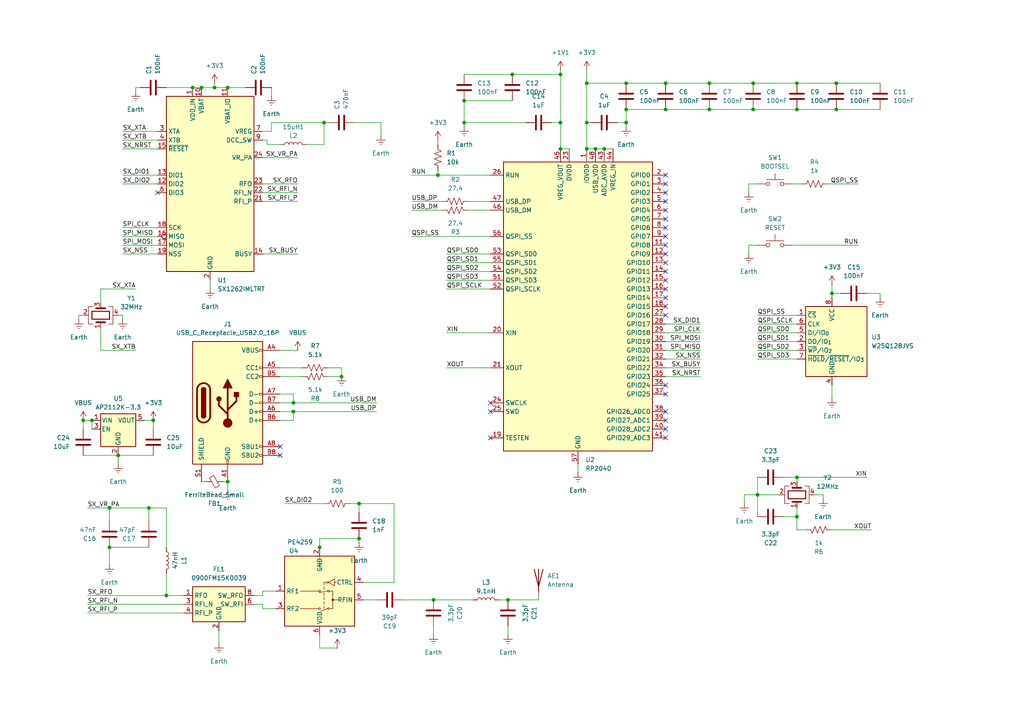
<source format=kicad_sch>
(kicad_sch (version 20250114) (generator "eeschema") (generator_version "9.0")
  (paper "A4")
  (lib_symbols
    (symbol "Connector:USB_C_Receptacle_USB2.0_16P" (pin_names (offset 1.016))
      (property "Reference" "J" (at 0 22.225 0))
      (property "Value" "USB_C_Receptacle_USB2.0_16P" (at 0 19.685 0))
      (symbol "USB_C_Receptacle_USB2.0_16P_1_1"
        (pin passive line (at -7.62 -22.86 90) (length 5.08) (name "SHIELD") (number "S1"))
        (pin passive line (at 0 -22.86 90) (length 5.08) (name "GND") (number "A1"))
        (pin passive line (at 0 -22.86 90) (length 5.08) (hide yes) (name "GND") (number "A12"))
        (pin passive line (at 0 -22.86 90) (length 5.08) (hide yes) (name "GND") (number "B1"))
        (pin passive line (at 0 -22.86 90) (length 5.08) (hide yes) (name "GND") (number "B12"))
        (pin passive line (at 15.24 15.24 180) (length 5.08) (name "VBUS") (number "A4"))
        (pin passive line (at 15.24 15.24 180) (length 5.08) (hide yes) (name "VBUS") (number "A9"))
        (pin passive line (at 15.24 15.24 180) (length 5.08) (hide yes) (name "VBUS") (number "B4"))
        (pin passive line (at 15.24 15.24 180) (length 5.08) (hide yes) (name "VBUS") (number "B9"))
        (pin bidirectional line (at 15.24 10.16 180) (length 5.08) (name "CC1") (number "A5"))
        (pin bidirectional line (at 15.24 7.62 180) (length 5.08) (name "CC2") (number "B5"))
        (pin bidirectional line (at 15.24 2.54 180) (length 5.08) (name "D-") (number "A7"))
        (pin bidirectional line (at 15.24 0 180) (length 5.08) (name "D-") (number "B7"))
        (pin bidirectional line (at 15.24 -2.54 180) (length 5.08) (name "D+") (number "A6"))
        (pin bidirectional line (at 15.24 -5.08 180) (length 5.08) (name "D+") (number "B6"))
        (pin bidirectional line (at 15.24 -12.7 180) (length 5.08) (name "SBU1") (number "A8"))
        (pin bidirectional line (at 15.24 -15.24 180) (length 5.08) (name "SBU2") (number "B8"))
      )
    )
    (symbol "Device:Antenna" (pin_numbers (hide yes)) (pin_names (offset 1.016) (hide yes))
      (property "Reference" "AE" (at -1.905 1.905 0))
      (property "Value" "Antenna" (at -1.905 0 0))
      (symbol "Antenna_1_1"
        (pin input line (at 0 -5.08 90) (length 2.54) (name "A") (number "1"))
      )
    )
    (symbol "Device:C" (pin_numbers (hide yes)) (pin_names (offset 0.254))
      (property "Reference" "C" (at 0.635 2.54 0))
      (property "Value" "C" (at 0.635 -2.54 0))
      (symbol "C_1_1"
        (pin passive line (at 0 3.81 270) (length 2.794) (name "~") (number "1"))
        (pin passive line (at 0 -3.81 90) (length 2.794) (name "~") (number "2"))
      )
    )
    (symbol "Device:Crystal_GND24" (pin_names (offset 1.016) (hide yes))
      (property "Reference" "Y" (at 3.175 5.08 0))
      (property "Value" "Crystal_GND24" (at 3.175 3.175 0))
      (symbol "Crystal_GND24_1_1"
        (pin passive line (at -3.81 0 0) (length 1.27) (name "1") (number "1"))
        (pin passive line (at 0 5.08 270) (length 1.27) (name "2") (number "2"))
        (pin passive line (at 0 -5.08 90) (length 1.27) (name "4") (number "4"))
        (pin passive line (at 3.81 0 180) (length 1.27) (name "3") (number "3"))
      )
    )
    (symbol "Device:FerriteBead_Small" (pin_numbers (hide yes)) (pin_names (offset 0))
      (property "Reference" "FB" (at 1.905 1.27 0))
      (property "Value" "FerriteBead_Small" (at 1.905 -1.27 0))
      (symbol "FerriteBead_Small_1_1"
        (pin passive line (at 0 2.54 270) (length 1.27) (name "~") (number "1"))
        (pin passive line (at 0 -2.54 90) (length 1.27) (name "~") (number "2"))
      )
    )
    (symbol "Device:L" (pin_numbers (hide yes)) (pin_names (offset 1.016) (hide yes))
      (property "Reference" "L" (at -1.27 0 90))
      (property "Value" "L" (at 1.905 0 90))
      (symbol "L_1_1"
        (pin passive line (at 0 3.81 270) (length 1.27) (name "1") (number "1"))
        (pin passive line (at 0 -3.81 90) (length 1.27) (name "2") (number "2"))
      )
    )
    (symbol "Device:R_US" (pin_numbers (hide yes)) (pin_names (offset 0))
      (property "Reference" "R" (at 2.54 0 90))
      (property "Value" "R_US" (at -2.54 0 90))
      (symbol "R_US_1_1"
        (pin passive line (at 0 3.81 270) (length 1.27) (name "~") (number "1"))
        (pin passive line (at 0 -3.81 90) (length 1.27) (name "~") (number "2"))
      )
    )
    (symbol "Filter:0900FM15K0039"
      (property "Reference" "FL" (at -6.35 -6.35 0))
      (property "Value" "0900FM15K0039" (at 0 6.35 0))
      (symbol "0900FM15K0039_0_0"
        (pin passive line (at -10.16 2.54 0) (length 2.54) (name "RFO") (number "1"))
        (pin passive line (at -10.16 0 0) (length 2.54) (name "RFI_N") (number "3"))
        (pin passive line (at -10.16 -2.54 0) (length 2.54) (name "RFI_P") (number "4"))
        (pin passive line (at 0 -7.62 90) (length 2.54) (hide yes) (name "GND") (number "10"))
        (pin power_in line (at 0 -7.62 90) (length 2.54) (name "GND") (number "2"))
        (pin passive line (at 0 -7.62 90) (length 2.54) (hide yes) (name "GND") (number "5"))
        (pin passive line (at 0 -7.62 90) (length 2.54) (hide yes) (name "GND") (number "7"))
        (pin passive line (at 0 -7.62 90) (length 2.54) (hide yes) (name "GND") (number "9"))
        (pin passive line (at 10.16 2.54 180) (length 2.54) (name "SW_RFO") (number "8"))
        (pin passive line (at 10.16 0 180) (length 2.54) (name "SW_RFI") (number "6"))
      )
    )
    (symbol "MCU_RaspberryPi:RP2040"
      (property "Reference" "U" (at 17.78 45.72 0))
      (property "Value" "RP2040" (at 17.78 43.18 0))
      (symbol "RP2040_1_1"
        (pin input line (at -25.4 38.1 0) (length 3.81) (name "RUN") (number "26"))
        (pin bidirectional line (at -25.4 30.48 0) (length 3.81) (name "USB_DP") (number "47"))
        (pin bidirectional line (at -25.4 27.94 0) (length 3.81) (name "USB_DM") (number "46"))
        (pin bidirectional line (at -25.4 20.32 0) (length 3.81) (name "QSPI_SS") (number "56"))
        (pin bidirectional line (at -25.4 15.24 0) (length 3.81) (name "QSPI_SD0") (number "53"))
        (pin bidirectional line (at -25.4 12.7 0) (length 3.81) (name "QSPI_SD1") (number "55"))
        (pin bidirectional line (at -25.4 10.16 0) (length 3.81) (name "QSPI_SD2") (number "54"))
        (pin bidirectional line (at -25.4 7.62 0) (length 3.81) (name "QSPI_SD3") (number "51"))
        (pin output line (at -25.4 5.08 0) (length 3.81) (name "QSPI_SCLK") (number "52"))
        (pin input line (at -25.4 -7.62 0) (length 3.81) (name "XIN") (number "20"))
        (pin passive line (at -25.4 -17.78 0) (length 3.81) (name "XOUT") (number "21"))
        (pin input line (at -25.4 -27.94 0) (length 3.81) (name "SWCLK") (number "24"))
        (pin bidirectional line (at -25.4 -30.48 0) (length 3.81) (name "SWD") (number "25"))
        (pin input line (at -25.4 -38.1 0) (length 3.81) (name "TESTEN") (number "19"))
        (pin power_out line (at -5.08 45.72 270) (length 3.81) (name "VREG_VOUT") (number "45"))
        (pin power_in line (at -2.54 45.72 270) (length 3.81) (name "DVDD") (number "23"))
        (pin passive line (at -2.54 45.72 270) (length 3.81) (hide yes) (name "DVDD") (number "50"))
        (pin power_in line (at 0 -45.72 90) (length 3.81) (name "GND") (number "57"))
        (pin power_in line (at 2.54 45.72 270) (length 3.81) (name "IOVDD") (number "1"))
        (pin passive line (at 2.54 45.72 270) (length 3.81) (hide yes) (name "IOVDD") (number "10"))
        (pin passive line (at 2.54 45.72 270) (length 3.81) (hide yes) (name "IOVDD") (number "22"))
        (pin passive line (at 2.54 45.72 270) (length 3.81) (hide yes) (name "IOVDD") (number "33"))
        (pin passive line (at 2.54 45.72 270) (length 3.81) (hide yes) (name "IOVDD") (number "42"))
        (pin passive line (at 2.54 45.72 270) (length 3.81) (hide yes) (name "IOVDD") (number "49"))
        (pin power_in line (at 5.08 45.72 270) (length 3.81) (name "USB_VDD") (number "48"))
        (pin power_in line (at 7.62 45.72 270) (length 3.81) (name "ADC_AVDD") (number "43"))
        (pin power_in line (at 10.16 45.72 270) (length 3.81) (name "VREG_IN") (number "44"))
        (pin bidirectional line (at 25.4 38.1 180) (length 3.81) (name "GPIO0") (number "2"))
        (pin bidirectional line (at 25.4 35.56 180) (length 3.81) (name "GPIO1") (number "3"))
        (pin bidirectional line (at 25.4 33.02 180) (length 3.81) (name "GPIO2") (number "4"))
        (pin bidirectional line (at 25.4 30.48 180) (length 3.81) (name "GPIO3") (number "5"))
        (pin bidirectional line (at 25.4 27.94 180) (length 3.81) (name "GPIO4") (number "6"))
        (pin bidirectional line (at 25.4 25.4 180) (length 3.81) (name "GPIO5") (number "7"))
        (pin bidirectional line (at 25.4 22.86 180) (length 3.81) (name "GPIO6") (number "8"))
        (pin bidirectional line (at 25.4 20.32 180) (length 3.81) (name "GPIO7") (number "9"))
        (pin bidirectional line (at 25.4 17.78 180) (length 3.81) (name "GPIO8") (number "11"))
        (pin bidirectional line (at 25.4 15.24 180) (length 3.81) (name "GPIO9") (number "12"))
        (pin bidirectional line (at 25.4 12.7 180) (length 3.81) (name "GPIO10") (number "13"))
        (pin bidirectional line (at 25.4 10.16 180) (length 3.81) (name "GPIO11") (number "14"))
        (pin bidirectional line (at 25.4 7.62 180) (length 3.81) (name "GPIO12") (number "15"))
        (pin bidirectional line (at 25.4 5.08 180) (length 3.81) (name "GPIO13") (number "16"))
        (pin bidirectional line (at 25.4 2.54 180) (length 3.81) (name "GPIO14") (number "17"))
        (pin bidirectional line (at 25.4 0 180) (length 3.81) (name "GPIO15") (number "18"))
        (pin bidirectional line (at 25.4 -2.54 180) (length 3.81) (name "GPIO16") (number "27"))
        (pin bidirectional line (at 25.4 -5.08 180) (length 3.81) (name "GPIO17") (number "28"))
        (pin bidirectional line (at 25.4 -7.62 180) (length 3.81) (name "GPIO18") (number "29"))
        (pin bidirectional line (at 25.4 -10.16 180) (length 3.81) (name "GPIO19") (number "30"))
        (pin bidirectional line (at 25.4 -12.7 180) (length 3.81) (name "GPIO20") (number "31"))
        (pin bidirectional line (at 25.4 -15.24 180) (length 3.81) (name "GPIO21") (number "32"))
        (pin bidirectional line (at 25.4 -17.78 180) (length 3.81) (name "GPIO22") (number "34"))
        (pin bidirectional line (at 25.4 -20.32 180) (length 3.81) (name "GPIO23") (number "35"))
        (pin bidirectional line (at 25.4 -22.86 180) (length 3.81) (name "GPIO24") (number "36"))
        (pin bidirectional line (at 25.4 -25.4 180) (length 3.81) (name "GPIO25") (number "37"))
        (pin bidirectional line (at 25.4 -30.48 180) (length 3.81) (name "GPIO26_ADC0") (number "38"))
        (pin bidirectional line (at 25.4 -33.02 180) (length 3.81) (name "GPIO27_ADC1") (number "39"))
        (pin bidirectional line (at 25.4 -35.56 180) (length 3.81) (name "GPIO28_ADC2") (number "40"))
        (pin bidirectional line (at 25.4 -38.1 180) (length 3.81) (name "GPIO29_ADC3") (number "41"))
      )
    )
    (symbol "Memory_Flash:W25Q128JVS"
      (property "Reference" "U" (at -6.35 11.43 0))
      (property "Value" "W25Q128JVS" (at 7.62 11.43 0))
      (symbol "W25Q128JVS_1_1"
        (pin input line (at -10.16 7.62 0) (length 2.54) (name "~{CS}") (number "1"))
        (pin input line (at -10.16 5.08 0) (length 2.54) (name "CLK") (number "6"))
        (pin bidirectional line (at -10.16 2.54 0) (length 2.54) (name "DI/IO_{0}") (number "5"))
        (pin bidirectional line (at -10.16 0 0) (length 2.54) (name "DO/IO_{1}") (number "2"))
        (pin bidirectional line (at -10.16 -2.54 0) (length 2.54) (name "~{WP}/IO_{2}") (number "3"))
        (pin bidirectional line (at -10.16 -5.08 0) (length 2.54) (name "~{HOLD}/~{RESET}/IO_{3}") (number "7"))
        (pin power_in line (at 0 12.7 270) (length 2.54) (name "VCC") (number "8"))
        (pin power_in line (at 0 -12.7 90) (length 2.54) (name "GND") (number "4"))
      )
    )
    (symbol "PE4259:PE4259"
      (property "Reference" "U" (at -10.16 11.43 0))
      (property "Value" "PE4259" (at 1.27 11.43 0))
      (symbol "PE4259_1_1"
        (pin passive line (at -12.7 2.54 0) (length 2.54) (name "RFIN") (number "5"))
        (pin input line (at -12.7 -2.54 0) (length 2.54) (name "CTRL") (number "4"))
        (pin power_in line (at 0 12.7 270) (length 2.54) (name "VDD") (number "6"))
        (pin power_in line (at 0 -12.7 90) (length 2.54) (name "GND") (number "2"))
        (pin passive line (at 12.7 5.08 180) (length 2.54) (name "RF2") (number "3"))
        (pin passive line (at 12.7 0 180) (length 2.54) (name "RF1") (number "1"))
      )
    )
    (symbol "RF:SX1262IMLTRT"
      (property "Reference" "U" (at 13.97 24.13 0))
      (property "Value" "SX1262IMLTRT" (at 13.97 21.59 0))
      (symbol "SX1262IMLTRT_1_1"
        (pin bidirectional line (at -15.24 15.24 0) (length 2.54) (name "XTA") (number "3"))
        (pin bidirectional line (at -15.24 12.7 0) (length 2.54) (name "XTB") (number "4"))
        (pin input line (at -15.24 10.16 0) (length 2.54) (name "~{RESET}") (number "15"))
        (pin bidirectional line (at -15.24 2.54 0) (length 2.54) (name "DIO1") (number "13"))
        (pin bidirectional line (at -15.24 0 0) (length 2.54) (name "DIO2") (number "12"))
        (pin bidirectional line (at -15.24 -2.54 0) (length 2.54) (name "DIO3") (number "6"))
        (pin input line (at -15.24 -12.7 0) (length 2.54) (name "SCK") (number "18"))
        (pin tri_state inverted (at -15.24 -15.24 0) (length 2.54) (name "MISO") (number "16"))
        (pin input line (at -15.24 -17.78 0) (length 2.54) (name "MOSI") (number "17"))
        (pin input line (at -15.24 -20.32 0) (length 2.54) (name "NSS") (number "19"))
        (pin power_in line (at -5.08 27.94 270) (length 2.54) (name "VDD_IN") (number "1"))
        (pin power_in line (at -2.54 27.94 270) (length 2.54) (name "VBAT") (number "10"))
        (pin power_in line (at 0 -27.94 90) (length 2.54) (name "GND") (number "2"))
        (pin passive line (at 0 -27.94 90) (length 2.54) (hide yes) (name "GND") (number "20"))
        (pin passive line (at 0 -27.94 90) (length 2.54) (hide yes) (name "GND") (number "25"))
        (pin passive line (at 0 -27.94 90) (length 2.54) (hide yes) (name "GND") (number "5"))
        (pin passive line (at 0 -27.94 90) (length 2.54) (hide yes) (name "GND") (number "8"))
        (pin power_in line (at 5.08 27.94 270) (length 2.54) (name "VBAT_IO") (number "11"))
        (pin power_out line (at 15.24 15.24 180) (length 2.54) (name "VREG") (number "7"))
        (pin power_out line (at 15.24 12.7 180) (length 2.54) (name "DCC_SW") (number "9"))
        (pin power_out line (at 15.24 7.62 180) (length 2.54) (name "VR_PA") (number "24"))
        (pin output line (at 15.24 0 180) (length 2.54) (name "RFO") (number "23"))
        (pin input line (at 15.24 -2.54 180) (length 2.54) (name "RFI_N") (number "22"))
        (pin input line (at 15.24 -5.08 180) (length 2.54) (name "RFI_P") (number "21"))
        (pin output line (at 15.24 -20.32 180) (length 2.54) (name "BUSY") (number "14"))
      )
    )
    (symbol "Regulator_Linear:AP2112K-3.3" (pin_names (offset 0.254))
      (property "Reference" "U" (at -5.08 5.715 0))
      (property "Value" "AP2112K-3.3" (at 0 5.715 0))
      (symbol "AP2112K-3.3_1_1"
        (pin power_in line (at -7.62 2.54 0) (length 2.54) (name "VIN") (number "1"))
        (pin input line (at -7.62 0 0) (length 2.54) (name "EN") (number "3"))
        (pin power_in line (at 0 -7.62 90) (length 2.54) (name "GND") (number "2"))
        (pin no_connect line (at 5.08 0 180) (length 2.54) (hide yes) (name "NC") (number "4"))
        (pin power_out line (at 7.62 2.54 180) (length 2.54) (name "VOUT") (number "5"))
      )
    )
    (symbol "Switch:SW_Push" (pin_numbers (hide yes)) (pin_names (offset 1.016) (hide yes))
      (property "Reference" "SW" (at 1.27 2.54 0))
      (property "Value" "SW_Push" (at 0 -1.524 0))
      (symbol "SW_Push_0_1"
        (pin passive line (at -5.08 0 0) (length 2.54) (name "1") (number "1"))
        (pin passive line (at 5.08 0 180) (length 2.54) (name "2") (number "2"))
      )
    )
    (symbol "power:+1V1" (power) (pin_numbers (hide yes)) (pin_names (offset 0) (hide yes))
      (property "Value" "+1V1" (at 0 3.556 0))
      (symbol "+1V1_1_1"
        (pin power_in line (at 0 0 90) (length 0) (name "~") (number "1"))
      )
    )
    (symbol "power:+3V3" (power) (pin_numbers (hide yes)) (pin_names (offset 0) (hide yes))
      (property "Value" "+3V3" (at 0 3.556 0))
      (symbol "+3V3_1_1"
        (pin power_in line (at 0 0 90) (length 0) (name "~") (number "1"))
      )
    )
    (symbol "power:Earth" (power) (pin_numbers (hide yes)) (pin_names (offset 0) (hide yes))
      (property "Value" "Earth" (at 0 -3.81 0))
      (symbol "Earth_1_1"
        (pin power_in line (at 0 0 270) (length 0) (name "~") (number "1"))
      )
    )
    (symbol "power:VBUS" (power) (pin_numbers (hide yes)) (pin_names (offset 0) (hide yes))
      (property "Value" "VBUS" (at 0 3.556 0))
      (symbol "VBUS_1_1"
        (pin power_in line (at 0 0 90) (length 0) (name "~") (number "1"))
      )
    )
  )
  (junction (at 44.45 121.92))
  (junction (at 99.06 109.22))
  (junction (at 181.61 24.13))
  (junction (at 43.18 147.32))
  (junction (at 62.23 25.4))
  (junction (at 218.44 31.75))
  (junction (at 218.44 24.13))
  (junction (at 85.09 119.38))
  (junction (at 205.74 31.75))
  (junction (at 48.26 172.72))
  (junction (at 231.14 138.43))
  (junction (at 147.32 173.99))
  (junction (at 31.75 147.32))
  (junction (at 162.56 43.18))
  (junction (at 205.74 24.13))
  (junction (at 55.88 25.4))
  (junction (at 85.09 116.84))
  (junction (at 104.14 156.21))
  (junction (at 170.18 24.13))
  (junction (at 231.14 149.86))
  (junction (at 125.73 173.99))
  (junction (at 34.29 132.08))
  (junction (at 241.3 85.09))
  (junction (at 31.75 158.75))
  (junction (at 219.71 143.51))
  (junction (at 148.59 21.59))
  (junction (at 127 50.8))
  (junction (at 242.57 24.13))
  (junction (at 170.18 35.56))
  (junction (at 231.14 31.75))
  (junction (at 231.14 24.13))
  (junction (at 134.62 29.21))
  (junction (at 181.61 31.75))
  (junction (at 26.67 121.92))
  (junction (at 134.62 35.56))
  (junction (at 104.14 146.05))
  (junction (at 170.18 43.18))
  (junction (at 181.61 35.56))
  (junction (at 93.98 35.56))
  (junction (at 66.04 25.4))
  (junction (at 242.57 31.75))
  (junction (at 193.04 24.13))
  (junction (at 193.04 31.75))
  (junction (at 24.13 121.92))
  (junction (at 175.26 43.18))
  (junction (at 172.72 43.18))
  (junction (at 162.56 21.59))
  (junction (at 66.04 139.7))
  (junction (at 58.42 25.4))
  (junction (at 162.56 35.56))
  (junction (at 92.71 158.75))
  (no_connect (at 193.04 114.3))
  (no_connect (at 81.28 129.54))
  (no_connect (at 193.04 76.2))
  (no_connect (at 193.04 86.36))
  (no_connect (at 193.04 68.58))
  (no_connect (at 193.04 111.76))
  (no_connect (at 193.04 81.28))
  (no_connect (at 193.04 88.9))
  (no_connect (at 193.04 50.8))
  (no_connect (at 193.04 53.34))
  (no_connect (at 193.04 58.42))
  (no_connect (at 193.04 55.88))
  (no_connect (at 193.04 127))
  (no_connect (at 193.04 63.5))
  (no_connect (at 193.04 121.92))
  (no_connect (at 193.04 91.44))
  (no_connect (at 193.04 78.74))
  (no_connect (at 193.04 119.38))
  (no_connect (at 193.04 83.82))
  (no_connect (at 81.28 132.08))
  (no_connect (at 193.04 73.66))
  (no_connect (at 45.72 55.88))
  (no_connect (at 142.24 119.38))
  (no_connect (at 142.24 127))
  (no_connect (at 193.04 60.96))
  (no_connect (at 142.24 116.84))
  (no_connect (at 193.04 66.04))
  (no_connect (at 193.04 124.46))
  (no_connect (at 193.04 71.12))
  (wire (pts (xy 76.2 53.34) (xy 86.36 53.34)))
  (wire (pts (xy 147.32 173.99) (xy 156.21 173.99)))
  (wire (pts (xy 85.09 119.38) (xy 109.22 119.38)))
  (wire (pts (xy 35.56 91.44) (xy 35.56 92.71)))
  (wire (pts (xy 219.71 138.43) (xy 219.71 143.51)))
  (wire (pts (xy 81.28 121.92) (xy 85.09 121.92)))
  (wire (pts (xy 85.09 114.3) (xy 85.09 116.84)))
  (wire (pts (xy 95.25 109.22) (xy 99.06 109.22)))
  (wire (pts (xy 125.73 173.99) (xy 137.16 173.99)))
  (wire (pts (xy 85.09 121.92) (xy 85.09 119.38)))
  (wire (pts (xy 219.71 143.51) (xy 215.9 143.51)))
  (wire (pts (xy 29.21 95.25) (xy 29.21 101.6)))
  (wire (pts (xy 34.29 132.08) (xy 34.29 134.62)))
  (wire (pts (xy 135.89 60.96) (xy 142.24 60.96)))
  (wire (pts (xy 231.14 147.32) (xy 231.14 149.86)))
  (wire (pts (xy 95.25 106.68) (xy 99.06 106.68)))
  (wire (pts (xy 172.72 43.18) (xy 175.26 43.18)))
  (wire (pts (xy 205.74 24.13) (xy 218.44 24.13)))
  (wire (pts (xy 167.64 134.62) (xy 167.64 137.16)))
  (wire (pts (xy 25.4 175.26) (xy 53.34 175.26)))
  (wire (pts (xy 241.3 82.55) (xy 241.3 85.09)))
  (wire (pts (xy 92.71 165.1) (xy 92.71 158.75)))
  (wire (pts (xy 162.56 43.18) (xy 165.1 43.18)))
  (wire (pts (xy 241.3 85.09) (xy 241.3 86.36)))
  (wire (pts (xy 82.55 146.05) (xy 93.98 146.05)))
  (wire (pts (xy 170.18 35.56) (xy 171.45 35.56)))
  (wire (pts (xy 229.87 71.12) (xy 248.92 71.12)))
  (wire (pts (xy 34.29 91.44) (xy 35.56 91.44)))
  (wire (pts (xy 193.04 24.13) (xy 205.74 24.13)))
  (wire (pts (xy 193.04 106.68) (xy 203.2 106.68)))
  (wire (pts (xy 193.04 109.22) (xy 203.2 109.22)))
  (wire (pts (xy 251.46 85.09) (xy 255.27 85.09)))
  (wire (pts (xy 241.3 153.67) (xy 252.73 153.67)))
  (wire (pts (xy 170.18 43.18) (xy 172.72 43.18)))
  (wire (pts (xy 76.2 172.72) (xy 76.2 171.45)))
  (wire (pts (xy 31.75 147.32) (xy 43.18 147.32)))
  (wire (pts (xy 81.28 114.3) (xy 85.09 114.3)))
  (wire (pts (xy 229.87 53.34) (xy 232.41 53.34)))
  (wire (pts (xy 25.4 147.32) (xy 31.75 147.32)))
  (wire (pts (xy 129.54 83.82) (xy 142.24 83.82)))
  (wire (pts (xy 129.54 78.74) (xy 142.24 78.74)))
  (wire (pts (xy 119.38 50.8) (xy 127 50.8)))
  (wire (pts (xy 129.54 106.68) (xy 142.24 106.68)))
  (wire (pts (xy 39.37 25.4) (xy 39.37 26.67)))
  (wire (pts (xy 217.17 55.88) (xy 217.17 53.34)))
  (wire (pts (xy 48.26 147.32) (xy 48.26 158.75)))
  (wire (pts (xy 85.09 116.84) (xy 109.22 116.84)))
  (wire (pts (xy 240.03 53.34) (xy 248.92 53.34)))
  (wire (pts (xy 193.04 93.98) (xy 203.2 93.98)))
  (wire (pts (xy 231.14 153.67) (xy 233.68 153.67)))
  (wire (pts (xy 29.21 101.6) (xy 39.37 101.6)))
  (wire (pts (xy 43.18 147.32) (xy 48.26 147.32)))
  (wire (pts (xy 219.71 99.06) (xy 231.14 99.06)))
  (wire (pts (xy 35.56 71.12) (xy 45.72 71.12)))
  (wire (pts (xy 170.18 24.13) (xy 181.61 24.13)))
  (wire (pts (xy 76.2 38.1) (xy 78.74 38.1)))
  (wire (pts (xy 179.07 35.56) (xy 181.61 35.56)))
  (wire (pts (xy 31.75 158.75) (xy 31.75 163.83)))
  (wire (pts (xy 134.62 21.59) (xy 148.59 21.59)))
  (wire (pts (xy 147.32 181.61) (xy 147.32 184.15)))
  (wire (pts (xy 119.38 60.96) (xy 128.27 60.96)))
  (wire (pts (xy 44.45 121.92) (xy 44.45 124.46)))
  (wire (pts (xy 193.04 99.06) (xy 203.2 99.06)))
  (wire (pts (xy 99.06 106.68) (xy 99.06 109.22)))
  (wire (pts (xy 162.56 20.32) (xy 162.56 21.59)))
  (wire (pts (xy 81.28 106.68) (xy 87.63 106.68)))
  (wire (pts (xy 62.23 25.4) (xy 66.04 25.4)))
  (wire (pts (xy 242.57 24.13) (xy 255.27 24.13)))
  (wire (pts (xy 119.38 58.42) (xy 128.27 58.42)))
  (wire (pts (xy 92.71 158.75) (xy 92.71 156.21)))
  (wire (pts (xy 217.17 71.12) (xy 219.71 71.12)))
  (wire (pts (xy 144.78 173.99) (xy 147.32 173.99)))
  (wire (pts (xy 226.06 143.51) (xy 219.71 143.51)))
  (wire (pts (xy 29.21 87.63) (xy 29.21 83.82)))
  (wire (pts (xy 25.4 172.72) (xy 48.26 172.72)))
  (wire (pts (xy 129.54 73.66) (xy 142.24 73.66)))
  (wire (pts (xy 181.61 35.56) (xy 181.61 36.83)))
  (wire (pts (xy 217.17 73.66) (xy 217.17 71.12)))
  (wire (pts (xy 78.74 35.56) (xy 93.98 35.56)))
  (wire (pts (xy 76.2 73.66) (xy 86.36 73.66)))
  (wire (pts (xy 29.21 83.82) (xy 39.37 83.82)))
  (wire (pts (xy 134.62 29.21) (xy 148.59 29.21)))
  (wire (pts (xy 80.01 176.53) (xy 76.2 176.53)))
  (wire (pts (xy 76.2 58.42) (xy 86.36 58.42)))
  (wire (pts (xy 76.2 176.53) (xy 76.2 175.26)))
  (wire (pts (xy 81.28 101.6) (xy 86.36 101.6)))
  (wire (pts (xy 127 40.64) (xy 127 41.91)))
  (wire (pts (xy 48.26 25.4) (xy 55.88 25.4)))
  (wire (pts (xy 116.84 173.99) (xy 125.73 173.99)))
  (wire (pts (xy 48.26 172.72) (xy 53.34 172.72)))
  (wire (pts (xy 170.18 24.13) (xy 170.18 35.56)))
  (wire (pts (xy 48.26 166.37) (xy 48.26 172.72)))
  (wire (pts (xy 231.14 138.43) (xy 231.14 139.7)))
  (wire (pts (xy 64.77 139.7) (xy 66.04 139.7)))
  (wire (pts (xy 34.29 132.08) (xy 44.45 132.08)))
  (wire (pts (xy 134.62 29.21) (xy 134.62 35.56)))
  (wire (pts (xy 227.33 138.43) (xy 231.14 138.43)))
  (wire (pts (xy 66.04 139.7) (xy 66.04 142.24)))
  (wire (pts (xy 219.71 143.51) (xy 219.71 149.86)))
  (wire (pts (xy 55.88 25.4) (xy 58.42 25.4)))
  (wire (pts (xy 255.27 85.09) (xy 255.27 86.36)))
  (wire (pts (xy 134.62 35.56) (xy 134.62 36.83)))
  (wire (pts (xy 58.42 139.7) (xy 59.69 139.7)))
  (wire (pts (xy 104.14 156.21) (xy 104.14 157.48)))
  (wire (pts (xy 135.89 58.42) (xy 142.24 58.42)))
  (wire (pts (xy 218.44 24.13) (xy 231.14 24.13)))
  (wire (pts (xy 170.18 35.56) (xy 170.18 43.18)))
  (wire (pts (xy 219.71 96.52) (xy 231.14 96.52)))
  (wire (pts (xy 104.14 148.59) (xy 104.14 146.05)))
  (wire (pts (xy 217.17 53.34) (xy 219.71 53.34)))
  (wire (pts (xy 160.02 35.56) (xy 162.56 35.56)))
  (wire (pts (xy 219.71 91.44) (xy 231.14 91.44)))
  (wire (pts (xy 148.59 21.59) (xy 162.56 21.59)))
  (wire (pts (xy 125.73 181.61) (xy 125.73 184.15)))
  (wire (pts (xy 215.9 143.51) (xy 215.9 146.05)))
  (wire (pts (xy 218.44 31.75) (xy 231.14 31.75)))
  (wire (pts (xy 92.71 187.96) (xy 97.79 187.96)))
  (wire (pts (xy 81.28 109.22) (xy 87.63 109.22)))
  (wire (pts (xy 35.56 66.04) (xy 45.72 66.04)))
  (wire (pts (xy 93.98 35.56) (xy 95.25 35.56)))
  (wire (pts (xy 227.33 149.86) (xy 231.14 149.86)))
  (wire (pts (xy 162.56 21.59) (xy 162.56 35.56)))
  (wire (pts (xy 236.22 143.51) (xy 238.76 143.51)))
  (wire (pts (xy 24.13 121.92) (xy 26.67 121.92)))
  (wire (pts (xy 35.56 53.34) (xy 45.72 53.34)))
  (wire (pts (xy 162.56 35.56) (xy 162.56 43.18)))
  (wire (pts (xy 105.41 168.91) (xy 114.3 168.91)))
  (wire (pts (xy 219.71 104.14) (xy 231.14 104.14)))
  (wire (pts (xy 92.71 156.21) (xy 104.14 156.21)))
  (wire (pts (xy 93.98 41.91) (xy 93.98 35.56)))
  (wire (pts (xy 181.61 24.13) (xy 193.04 24.13)))
  (wire (pts (xy 35.56 68.58) (xy 45.72 68.58)))
  (wire (pts (xy 193.04 31.75) (xy 205.74 31.75)))
  (wire (pts (xy 77.47 40.64) (xy 77.47 41.91)))
  (wire (pts (xy 104.14 146.05) (xy 101.6 146.05)))
  (wire (pts (xy 78.74 25.4) (xy 78.74 27.94)))
  (wire (pts (xy 92.71 184.15) (xy 92.71 187.96)))
  (wire (pts (xy 24.13 132.08) (xy 34.29 132.08)))
  (wire (pts (xy 231.14 138.43) (xy 251.46 138.43)))
  (wire (pts (xy 35.56 43.18) (xy 45.72 43.18)))
  (wire (pts (xy 129.54 81.28) (xy 142.24 81.28)))
  (wire (pts (xy 76.2 171.45) (xy 80.01 171.45)))
  (wire (pts (xy 24.13 121.92) (xy 24.13 124.46)))
  (wire (pts (xy 76.2 55.88) (xy 86.36 55.88)))
  (wire (pts (xy 205.74 31.75) (xy 218.44 31.75)))
  (wire (pts (xy 76.2 40.64) (xy 77.47 40.64)))
  (wire (pts (xy 78.74 38.1) (xy 78.74 35.56)))
  (wire (pts (xy 62.23 24.13) (xy 62.23 25.4)))
  (wire (pts (xy 31.75 147.32) (xy 31.75 151.13)))
  (wire (pts (xy 219.71 101.6) (xy 231.14 101.6)))
  (wire (pts (xy 88.9 41.91) (xy 93.98 41.91)))
  (wire (pts (xy 60.96 81.28) (xy 60.96 83.82)))
  (wire (pts (xy 241.3 85.09) (xy 243.84 85.09)))
  (wire (pts (xy 73.66 172.72) (xy 76.2 172.72)))
  (wire (pts (xy 193.04 96.52) (xy 203.2 96.52)))
  (wire (pts (xy 181.61 31.75) (xy 193.04 31.75)))
  (wire (pts (xy 129.54 96.52) (xy 142.24 96.52)))
  (wire (pts (xy 35.56 73.66) (xy 45.72 73.66)))
  (wire (pts (xy 129.54 76.2) (xy 142.24 76.2)))
  (wire (pts (xy 134.62 35.56) (xy 152.4 35.56)))
  (wire (pts (xy 170.18 20.32) (xy 170.18 24.13)))
  (wire (pts (xy 26.67 121.92) (xy 26.67 124.46)))
  (wire (pts (xy 114.3 168.91) (xy 114.3 146.05)))
  (wire (pts (xy 35.56 40.64) (xy 45.72 40.64)))
  (wire (pts (xy 193.04 104.14) (xy 203.2 104.14)))
  (wire (pts (xy 219.71 93.98) (xy 231.14 93.98)))
  (wire (pts (xy 76.2 45.72) (xy 86.36 45.72)))
  (wire (pts (xy 231.14 149.86) (xy 231.14 153.67)))
  (wire (pts (xy 181.61 31.75) (xy 181.61 35.56)))
  (wire (pts (xy 156.21 172.72) (xy 156.21 173.99)))
  (wire (pts (xy 77.47 41.91) (xy 81.28 41.91)))
  (wire (pts (xy 81.28 119.38) (xy 85.09 119.38)))
  (wire (pts (xy 66.04 25.4) (xy 71.12 25.4)))
  (wire (pts (xy 22.86 91.44) (xy 22.86 92.71)))
  (wire (pts (xy 238.76 143.51) (xy 238.76 144.78)))
  (wire (pts (xy 231.14 24.13) (xy 242.57 24.13)))
  (wire (pts (xy 241.3 111.76) (xy 241.3 115.57)))
  (wire (pts (xy 102.87 35.56) (xy 110.49 35.56)))
  (wire (pts (xy 127 50.8) (xy 127 49.53)))
  (wire (pts (xy 110.49 35.56) (xy 110.49 39.37)))
  (wire (pts (xy 142.24 50.8) (xy 127 50.8)))
  (wire (pts (xy 231.14 31.75) (xy 242.57 31.75)))
  (wire (pts (xy 81.28 116.84) (xy 85.09 116.84)))
  (wire (pts (xy 39.37 25.4) (xy 40.64 25.4)))
  (wire (pts (xy 31.75 158.75) (xy 43.18 158.75)))
  (wire (pts (xy 41.91 121.92) (xy 44.45 121.92)))
  (wire (pts (xy 119.38 68.58) (xy 142.24 68.58)))
  (wire (pts (xy 175.26 43.18) (xy 177.8 43.18)))
  (wire (pts (xy 35.56 38.1) (xy 45.72 38.1)))
  (wire (pts (xy 58.42 25.4) (xy 62.23 25.4)))
  (wire (pts (xy 63.5 182.88) (xy 63.5 186.69)))
  (wire (pts (xy 193.04 101.6) (xy 203.2 101.6)))
  (wire (pts (xy 25.4 177.8) (xy 53.34 177.8)))
  (wire (pts (xy 76.2 175.26) (xy 73.66 175.26)))
  (wire (pts (xy 24.13 91.44) (xy 22.86 91.44)))
  (wire (pts (xy 105.41 173.99) (xy 109.22 173.99)))
  (wire (pts (xy 35.56 50.8) (xy 45.72 50.8)))
  (wire (pts (xy 242.57 31.75) (xy 255.27 31.75)))
  (wire (pts (xy 43.18 147.32) (xy 43.18 151.13)))
  (wire (pts (xy 114.3 146.05) (xy 104.14 146.05)))
  (label "SX_VR_PA" (at 86.36 45.72 180))
  (label "SX_DIO1" (at 35.56 50.8 0))
  (label "XOUT" (at 129.54 106.68 0))
  (label "XIN" (at 129.54 96.52 0))
  (label "QSPI_SD2" (at 219.71 101.6 0))
  (label "SX_NSS" (at 35.56 73.66 0))
  (label "USB_DP" (at 109.22 119.38 180))
  (label "QSPI_SD1" (at 129.54 76.2 0))
  (label "USB_DP" (at 119.38 58.42 0))
  (label "QSPI_SS" (at 219.71 91.44 0))
  (label "SX_NRST" (at 35.56 43.18 0))
  (label "SPI_CLK" (at 35.56 66.04 0))
  (label "QSPI_SS" (at 248.92 53.34 180))
  (label "SPI_CLK" (at 203.2 96.52 180))
  (label "SX_DIO1" (at 203.2 93.98 180))
  (label "QSPI_SCLK" (at 219.71 93.98 0))
  (label "SX_RFI_P" (at 25.4 177.8 0))
  (label "SX_XTB" (at 39.37 101.6 180))
  (label "RUN" (at 119.38 50.8 0))
  (label "SX_NSS" (at 203.2 104.14 180))
  (label "QSPI_SD3" (at 129.54 81.28 0))
  (label "SPI_MISO" (at 203.2 101.6 180))
  (label "SX_XTA" (at 39.37 83.82 180))
  (label "SX_RFI_N" (at 25.4 175.26 0))
  (label "SX_RFO" (at 86.36 53.34 180))
  (label "QSPI_SS" (at 119.38 68.58 0))
  (label "XIN" (at 251.46 138.43 180))
  (label "RUN" (at 248.92 71.12 180))
  (label "SPI_MOSI" (at 203.2 99.06 180))
  (label "QSPI_SD3" (at 219.71 104.14 0))
  (label "SX_DIO2" (at 82.55 146.05 0))
  (label "QSPI_SD0" (at 219.71 96.52 0))
  (label "SX_RFI_P" (at 86.36 58.42 180))
  (label "" (at 36.83 43.18 0))
  (label "SX_RFI_N" (at 86.36 55.88 180))
  (label "SX_XTA" (at 35.56 38.1 0))
  (label "SX_BUSY" (at 203.2 106.68 180))
  (label "USB_DM" (at 109.22 116.84 180))
  (label "SPI_MOSI" (at 35.56 71.12 0))
  (label "QSPI_SD2" (at 129.54 78.74 0))
  (label "XOUT" (at 252.73 153.67 180))
  (label "QSPI_SD0" (at 129.54 73.66 0))
  (label "SX_NRST" (at 203.2 109.22 180))
  (label "SX_XTB" (at 35.56 40.64 0))
  (label "QSPI_SCLK" (at 129.54 83.82 0))
  (label "QSPI_SD1" (at 219.71 99.06 0))
  (label "SX_RFO" (at 25.4 172.72 0))
  (label "SX_VR_PA" (at 25.4 147.32 0))
  (label "SPI_MISO" (at 35.56 68.58 0))
  (label "USB_DM" (at 119.38 60.96 0))
  (label "SX_BUSY" (at 86.36 73.66 180))
  (label "SX_DIO2" (at 35.56 53.34 0))
  (symbol (lib_id "Device:C") (at 134.62 25.4 180) (unit 1)
    (property "Reference" "C13" (at 138.43 24.1299 0) (effects (justify right)))
    (property "Value" "100nF" (at 138.43 26.6699 0) (effects (justify right)))
    (property "Footprint" "Capacitor_SMD:C_0402_1005Metric" (effects (hide yes)))
    (property "Description" "Unpolarized capacitor" (effects (hide yes)))
  )
  (symbol (lib_id "Device:R_US") (at 132.08 60.96 270) (mirror x) (unit 1)
    (property "Reference" "R3" (at 132.08 67.31 90))
    (property "Value" "27.4" (at 132.08 64.77 90))
    (property "Footprint" "Resistor_SMD:R_0402_1005Metric" (effects (hide yes)))
    (property "Description" "Resistor, US symbol" (effects (hide yes)))
  )
  (symbol (lib_id "Device:L") (at 140.97 173.99 90) (unit 1)
    (property "Reference" "L3" (at 140.97 168.91 90))
    (property "Value" "9.1nH" (at 140.97 171.45 90))
    (property "Footprint" "Inductor_SMD:L_0402_1005Metric" (effects (hide yes)))
    (property "Description" "Inductor" (effects (hide yes)))
  )
  (symbol (lib_id "Device:R_US") (at 132.08 58.42 270) (unit 1)
    (property "Reference" "R2" (at 132.08 52.07 90))
    (property "Value" "27.4" (at 132.08 54.61 90))
    (property "Footprint" "Resistor_SMD:R_0402_1005Metric" (effects (hide yes)))
    (property "Description" "Resistor, US symbol" (effects (hide yes)))
  )
  (symbol (lib_id "power:Earth") (at 34.29 134.62 0) (unit 1)
    (property "Reference" "#PWR032" (effects (hide yes)))
    (property "Value" "Earth" (at 34.29 139.7 0))
    (property "Description" "Power symbol creates a global label with name \"Earth\"" (effects (hide yes)))
  )
  (symbol (lib_id "Device:C") (at 193.04 27.94 180) (unit 1)
    (property "Reference" "C6" (at 196.85 26.6699 0) (effects (justify right)))
    (property "Value" "100nF" (at 196.85 29.2099 0) (effects (justify right)))
    (property "Footprint" "Capacitor_SMD:C_0402_1005Metric" (effects (hide yes)))
    (property "Description" "Unpolarized capacitor" (effects (hide yes)))
  )
  (symbol (lib_id "Device:C") (at 44.45 25.4 90) (unit 1)
    (property "Reference" "C1" (at 43.1799 21.59 0) (effects (justify left)))
    (property "Value" "100nF" (at 45.7199 21.59 0) (effects (justify left)))
    (property "Footprint" "Capacitor_SMD:C_0402_1005Metric" (effects (hide yes)))
    (property "Description" "Unpolarized capacitor" (effects (hide yes)))
  )
  (symbol (lib_id "power:Earth") (at 215.9 146.05 0) (unit 1)
    (property "Reference" "#PWR025" (effects (hide yes)))
    (property "Value" "Earth" (at 215.9 151.13 0))
    (property "Description" "Power symbol creates a global label with name \"Earth\"" (effects (hide yes)))
  )
  (symbol (lib_id "power:Earth") (at 134.62 36.83 0) (unit 1)
    (property "Reference" "#PWR012" (effects (hide yes)))
    (property "Value" "Earth" (at 134.62 41.91 0))
    (property "Description" "Power symbol creates a global label with name \"Earth\"" (effects (hide yes)))
  )
  (symbol (lib_id "Regulator_Linear:AP2112K-3.3") (at 34.29 124.46 0) (unit 1)
    (property "Reference" "U5" (at 34.29 115.57 0))
    (property "Value" "AP2112K-3.3" (at 34.29 118.11 0))
    (property "Footprint" "Package_TO_SOT_SMD:SOT-23-5" (effects (hide yes)))
    (property "Datasheet" "https://www.diodes.com/assets/Datasheets/AP2112.pdf" (effects (hide yes)))
    (property "Description" "600mA low dropout linear regulator, with enable pin, 3.8V-6V input voltage range, 3.3V fixed positive output, SOT-23-5" (effects (hide yes)))
  )
  (symbol (lib_id "Device:C") (at 24.13 128.27 0) (mirror y) (unit 1)
    (property "Reference" "C24" (at 20.32 126.9999 0) (effects (justify left)))
    (property "Value" "10uF" (at 20.32 129.5399 0) (effects (justify left)))
    (property "Footprint" "Capacitor_SMD:C_0402_1005Metric" (effects (hide yes)))
    (property "Description" "Unpolarized capacitor" (effects (hide yes)))
  )
  (symbol (lib_id "Device:FerriteBead_Small") (at 62.23 139.7 90) (mirror x) (unit 1)
    (property "Reference" "FB1" (at 62.1919 146.05 90))
    (property "Value" "FerriteBead_Small" (at 62.1919 143.51 90))
    (property "Footprint" "Inductor_SMD:L_0402_1005Metric" (effects (hide yes)))
    (property "Description" "Ferrite bead, small symbol" (effects (hide yes)))
  )
  (symbol (lib_id "power:Earth") (at 241.3 115.57 0) (unit 1)
    (property "Reference" "#PWR018" (effects (hide yes)))
    (property "Value" "Earth" (at 241.3 120.65 0))
    (property "Description" "Power symbol creates a global label with name \"Earth\"" (effects (hide yes)))
  )
  (symbol (lib_id "power:Earth") (at 217.17 73.66 0) (unit 1)
    (property "Reference" "#PWR015" (effects (hide yes)))
    (property "Value" "Earth" (at 217.17 78.74 0))
    (property "Description" "Power symbol creates a global label with name \"Earth\"" (effects (hide yes)))
  )
  (symbol (lib_id "Device:C") (at 218.44 27.94 180) (unit 1)
    (property "Reference" "C8" (at 222.25 26.6699 0) (effects (justify right)))
    (property "Value" "100nF" (at 222.25 29.2099 0) (effects (justify right)))
    (property "Footprint" "Capacitor_SMD:C_0402_1005Metric" (effects (hide yes)))
    (property "Description" "Unpolarized capacitor" (effects (hide yes)))
  )
  (symbol (lib_id "Device:C") (at 125.73 177.8 0) (mirror x) (unit 1)
    (property "Reference" "C20" (at 133.35 177.8 90))
    (property "Value" "3.3pF" (at 130.81 177.8 90))
    (property "Footprint" "Capacitor_SMD:C_0402_1005Metric" (effects (hide yes)))
    (property "Description" "Unpolarized capacitor" (effects (hide yes)))
  )
  (symbol (lib_id "power:Earth") (at 110.49 39.37 0) (unit 1)
    (property "Reference" "#PWR04" (effects (hide yes)))
    (property "Value" "Earth" (at 110.49 44.45 0))
    (property "Description" "Power symbol creates a global label with name \"Earth\"" (effects (hide yes)))
  )
  (symbol (lib_id "power:Earth") (at 78.74 27.94 0) (unit 1)
    (property "Reference" "#PWR02" (effects (hide yes)))
    (property "Value" "Earth" (at 78.74 33.02 0))
    (property "Description" "Power symbol creates a global label with name \"Earth\"" (effects (hide yes)))
  )
  (symbol (lib_id "power:Earth") (at 217.17 55.88 0) (unit 1)
    (property "Reference" "#PWR014" (effects (hide yes)))
    (property "Value" "Earth" (at 217.17 60.96 0))
    (property "Description" "Power symbol creates a global label with name \"Earth\"" (effects (hide yes)))
  )
  (symbol (lib_id "Device:C") (at 148.59 25.4 180) (unit 1)
    (property "Reference" "C12" (at 152.4 24.1299 0) (effects (justify right)))
    (property "Value" "100nF" (at 152.4 26.6699 0) (effects (justify right)))
    (property "Footprint" "Capacitor_SMD:C_0402_1005Metric" (effects (hide yes)))
    (property "Description" "Unpolarized capacitor" (effects (hide yes)))
  )
  (symbol (lib_id "Device:C") (at 31.75 154.94 180) (unit 1)
    (property "Reference" "C16" (at 27.94 156.2101 0) (effects (justify left)))
    (property "Value" "47nF" (at 27.94 153.6701 0) (effects (justify left)))
    (property "Footprint" "Capacitor_SMD:C_0402_1005Metric" (effects (hide yes)))
    (property "Description" "Unpolarized capacitor" (effects (hide yes)))
  )
  (symbol (lib_id "power:Earth") (at 238.76 144.78 0) (unit 1)
    (property "Reference" "#PWR026" (effects (hide yes)))
    (property "Value" "Earth" (at 238.76 149.86 0))
    (property "Description" "Power symbol creates a global label with name \"Earth\"" (effects (hide yes)))
  )
  (symbol (lib_id "MCU_RaspberryPi:RP2040") (at 167.64 88.9 0) (unit 1)
    (property "Reference" "U2" (at 169.7833 133.35 0) (effects (justify left)))
    (property "Value" "RP2040" (at 169.7833 135.89 0) (effects (justify left)))
    (property "Footprint" "Package_DFN_QFN:QFN-56-1EP_7x7mm_P0.4mm_EP3.2x3.2mm" (effects (hide yes)))
    (property "Datasheet" "https://datasheets.raspberrypi.com/rp2040/rp2040-datasheet.pdf" (effects (hide yes)))
    (property "Description" "A microcontroller by Raspberry Pi" (effects (hide yes)))
  )
  (symbol (lib_id "power:+3V3") (at 62.23 24.13 0) (unit 1)
    (property "Reference" "#PWR03" (effects (hide yes)))
    (property "Value" "+3V3" (at 62.23 19.05 0))
    (property "Description" "Power symbol creates a global label with name \"+3V3\"" (effects (hide yes)))
  )
  (symbol (lib_id "Device:C") (at 104.14 152.4 0) (unit 1)
    (property "Reference" "C18" (at 107.95 151.1299 0) (effects (justify left)))
    (property "Value" "1nF" (at 107.95 153.6699 0) (effects (justify left)))
    (property "Footprint" "Capacitor_SMD:C_0402_1005Metric" (effects (hide yes)))
    (property "Description" "Unpolarized capacitor" (effects (hide yes)))
  )
  (symbol (lib_id "power:+3V3") (at 44.45 121.92 0) (unit 1)
    (property "Reference" "#PWR031" (effects (hide yes)))
    (property "Value" "+3V3" (at 44.45 116.84 0))
    (property "Description" "Power symbol creates a global label with name \"+3V3\"" (effects (hide yes)))
  )
  (symbol (lib_id "Device:C") (at 255.27 27.94 180) (unit 1)
    (property "Reference" "C11" (at 259.08 26.6699 0) (effects (justify right)))
    (property "Value" "100nF" (at 259.08 29.2099 0) (effects (justify right)))
    (property "Footprint" "Capacitor_SMD:C_0402_1005Metric" (effects (hide yes)))
    (property "Description" "Unpolarized capacitor" (effects (hide yes)))
  )
  (symbol (lib_id "power:Earth") (at 167.64 137.16 0) (unit 1)
    (property "Reference" "#PWR08" (effects (hide yes)))
    (property "Value" "Earth" (at 167.64 142.24 0))
    (property "Description" "Power symbol creates a global label with name \"Earth\"" (effects (hide yes)))
  )
  (symbol (lib_id "power:+1V1") (at 162.56 20.32 0) (unit 1)
    (property "Reference" "#PWR011" (effects (hide yes)))
    (property "Value" "+1V1" (at 162.56 15.24 0))
    (property "Description" "Power symbol creates a global label with name \"+1V1\"" (effects (hide yes)))
  )
  (symbol (lib_id "Device:C") (at 147.32 177.8 0) (mirror x) (unit 1)
    (property "Reference" "C21" (at 154.94 177.8 90))
    (property "Value" "3.3pF" (at 152.4 177.8 90))
    (property "Footprint" "Capacitor_SMD:C_0402_1005Metric" (effects (hide yes)))
    (property "Description" "Unpolarized capacitor" (effects (hide yes)))
  )
  (symbol (lib_id "Device:L") (at 85.09 41.91 90) (unit 1)
    (property "Reference" "15uH1" (at 85.09 36.83 90))
    (property "Value" "L2" (at 85.09 39.37 90))
    (property "Footprint" "Inductor_SMD:L_0402_1005Metric" (effects (hide yes)))
    (property "Description" "Inductor" (effects (hide yes)))
  )
  (symbol (lib_id "Device:C") (at 175.26 35.56 90) (unit 1)
    (property "Reference" "C4" (at 175.26 27.94 90))
    (property "Value" "1uF" (at 175.26 30.48 90))
    (property "Footprint" "Capacitor_SMD:C_0402_1005Metric" (effects (hide yes)))
    (property "Description" "Unpolarized capacitor" (effects (hide yes)))
  )
  (symbol (lib_id "power:VBUS") (at 86.36 101.6 0) (unit 1)
    (property "Reference" "#PWR028" (effects (hide yes)))
    (property "Value" "VBUS" (at 86.36 96.52 0))
    (property "Description" "Power symbol creates a global label with name \"VBUS\"" (effects (hide yes)))
  )
  (symbol (lib_id "RF:SX1262IMLTRT") (at 60.96 53.34 0) (unit 1)
    (property "Reference" "U1" (at 63.1033 81.28 0) (effects (justify left)))
    (property "Value" "SX1262IMLTRT" (at 63.1033 83.82 0) (effects (justify left)))
    (property "Footprint" "Package_DFN_QFN:QFN-24-1EP_4x4mm_P0.5mm_EP2.6x2.6mm" (effects (hide yes)))
    (property "Datasheet" "https://semtech.file.force.com/sfc/dist/version/download/?oid=00DE0000000JelG&ids=0682R00000IjPWSQA3&d=%2Fa%2F2R000000Un7F%2FyT.fKdAr9ZAo3cJLc4F2cBdUsMftpT2vsOICP7NmvMo" (effects (hide yes)))
    (property "Description" "150 MHz to 960 MHz Low Power Long Range Transceiver, 22dBm output power, spreading factor from 5 to 12, LoRA, QFN-24" (effects (hide yes)))
  )
  (symbol (lib_id "Device:C") (at 205.74 27.94 180) (unit 1)
    (property "Reference" "C7" (at 209.55 26.6699 0) (effects (justify right)))
    (property "Value" "100nF" (at 209.55 29.2099 0) (effects (justify right)))
    (property "Footprint" "Capacitor_SMD:C_0402_1005Metric" (effects (hide yes)))
    (property "Description" "Unpolarized capacitor" (effects (hide yes)))
  )
  (symbol (lib_id "power:VBUS") (at 24.13 121.92 0) (unit 1)
    (property "Reference" "#PWR030" (effects (hide yes)))
    (property "Value" "VBUS" (at 24.13 116.84 0))
    (property "Description" "Power symbol creates a global label with name \"VBUS\"" (effects (hide yes)))
  )
  (symbol (lib_id "power:+3V3") (at 241.3 82.55 0) (unit 1)
    (property "Reference" "#PWR016" (effects (hide yes)))
    (property "Value" "+3V3" (at 241.3 77.47 0))
    (property "Description" "Power symbol creates a global label with name \"+3V3\"" (effects (hide yes)))
  )
  (symbol (lib_id "Device:R_US") (at 127 45.72 0) (unit 1)
    (property "Reference" "R1" (at 129.54 44.4499 0) (effects (justify left)))
    (property "Value" "10k" (at 129.54 46.9899 0) (effects (justify left)))
    (property "Footprint" "Resistor_SMD:R_0402_1005Metric" (effects (hide yes)))
    (property "Description" "Resistor, US symbol" (effects (hide yes)))
  )
  (symbol (lib_id "power:Earth") (at 60.96 83.82 0) (unit 1)
    (property "Reference" "#PWR05" (effects (hide yes)))
    (property "Value" "Earth" (at 60.96 88.9 0))
    (property "Description" "Power symbol creates a global label with name \"Earth\"" (effects (hide yes)))
  )
  (symbol (lib_id "Device:C") (at 44.45 128.27 0) (unit 1)
    (property "Reference" "C25" (at 48.26 126.9999 0) (effects (justify left)))
    (property "Value" "10uF" (at 48.26 129.5399 0) (effects (justify left)))
    (property "Footprint" "Capacitor_SMD:C_0402_1005Metric" (effects (hide yes)))
    (property "Description" "Unpolarized capacitor" (effects (hide yes)))
  )
  (symbol (lib_id "Device:C") (at 113.03 173.99 90) (mirror x) (unit 1)
    (property "Reference" "C19" (at 113.03 181.61 90))
    (property "Value" "39pF" (at 113.03 179.07 90))
    (property "Footprint" "Capacitor_SMD:C_0402_1005Metric" (effects (hide yes)))
    (property "Description" "Unpolarized capacitor" (effects (hide yes)))
  )
  (symbol (lib_id "Filter:0900FM15K0039") (at 63.5 175.26 0) (unit 1)
    (property "Reference" "FL1" (at 63.5 165.1 0))
    (property "Value" "0900FM15K0039" (at 63.5 167.64 0))
    (property "Footprint" "RF_Converter:Balun_Johanson_0900FM15K0039" (effects (hide yes)))
    (property "Datasheet" "https://www.johansontechnology.com/datasheets/0900FM15K0039/0900FM15K0039.pdf" (effects (hide yes)))
    (property "Description" "868MHz/915MHz Sub-GHz Impedance Matched Filter integrated passive for Semtech SX1261, SX1262, LLCC68" (effects (hide yes)))
  )
  (symbol (lib_id "Device:C") (at 223.52 149.86 90) (mirror x) (unit 1)
    (property "Reference" "C22" (at 223.52 157.48 90))
    (property "Value" "3.3pF" (at 223.52 154.94 90))
    (property "Footprint" "Capacitor_SMD:C_0402_1005Metric" (effects (hide yes)))
    (property "Description" "Unpolarized capacitor" (effects (hide yes)))
  )
  (symbol (lib_id "power:Earth") (at 147.32 184.15 0) (unit 1)
    (property "Reference" "#PWR024" (effects (hide yes)))
    (property "Value" "Earth" (at 147.32 189.23 0))
    (property "Description" "Power symbol creates a global label with name \"Earth\"" (effects (hide yes)))
  )
  (symbol (lib_id "PE4259:PE4259") (at 92.71 171.45 180) (unit 1)
    (property "Reference" "U4" (at 83.82 159.766 0) (effects (justify right)))
    (property "Value" "PE4259" (at 83.312 157.226 0) (effects (justify right)))
    (property "Footprint" "Package_TO_SOT_SMD:SOT-363_SC-70-6" (effects (hide yes)))
    (property "Datasheet" "https://lcsc.com/datasheet/lcsc_datasheet_2409301504_pSemi-PE4259-63_C470892.pdf" (effects (hide yes)))
    (property "Description" "SPDT DC-9GHz switch" (effects (hide yes)))
  )
  (symbol (lib_id "Device:Crystal_GND24") (at 231.14 143.51 90) (unit 1)
    (property "Reference" "Y2" (at 240.03 138.5568 90))
    (property "Value" "12MHz" (at 240.03 141.0968 90))
    (property "Footprint" "Crystal:Crystal_SMD_Abracon_ABM8G-4Pin_3.2x2.5mm" (effects (hide yes)))
    (property "Description" "Four pin crystal, GND on pins 2 and 4" (effects (hide yes)))
  )
  (symbol (lib_id "Device:Crystal_GND24") (at 29.21 91.44 90) (unit 1)
    (property "Reference" "Y1" (at 38.1 86.4868 90))
    (property "Value" "32MHz" (at 38.1 89.0268 90))
    (property "Footprint" "Crystal:Crystal_SMD_3225-4Pin_3.2x2.5mm" (effects (hide yes)))
    (property "Description" "Four pin crystal, GND on pins 2 and 4" (effects (hide yes)))
  )
  (symbol (lib_id "Memory_Flash:W25Q128JVS") (at 241.3 99.06 0) (unit 1)
    (property "Reference" "U3" (at 252.73 97.7899 0) (effects (justify left)))
    (property "Value" "W25Q128JVS" (at 252.73 100.3299 0) (effects (justify left)))
    (property "Footprint" "Package_SO:SOIC-8_5.3x5.3mm_P1.27mm" (effects (hide yes)))
    (property "Datasheet" "https://www.winbond.com/resource-files/w25q128jv_dtr%20revc%2003272018%20plus.pdf" (effects (hide yes)))
    (property "Description" "128Mbit / 16MiB Serial Flash Memory, Standard/Dual/Quad SPI, 2.7-3.6V, SOIC-8" (effects (hide yes)))
  )
  (symbol (lib_id "Device:R_US") (at 237.49 153.67 90) (mirror x) (unit 1)
    (property "Reference" "R6" (at 237.49 160.02 90))
    (property "Value" "1k" (at 237.49 157.48 90))
    (property "Footprint" "Resistor_SMD:R_0402_1005Metric" (effects (hide yes)))
    (property "Description" "Resistor, US symbol" (effects (hide yes)))
  )
  (symbol (lib_id "Device:C") (at 247.65 85.09 270) (unit 1)
    (property "Reference" "C15" (at 247.65 77.47 90))
    (property "Value" "100nF" (at 247.65 80.01 90))
    (property "Footprint" "Capacitor_SMD:C_0402_1005Metric" (effects (hide yes)))
    (property "Description" "Unpolarized capacitor" (effects (hide yes)))
  )
  (symbol (lib_id "Device:R_US") (at 236.22 53.34 270) (unit 1)
    (property "Reference" "R4" (at 236.22 46.99 90))
    (property "Value" "1k" (at 236.22 49.53 90))
    (property "Footprint" "Resistor_SMD:R_0402_1005Metric" (effects (hide yes)))
    (property "Description" "Resistor, US symbol" (effects (hide yes)))
  )
  (symbol (lib_id "power:Earth") (at 35.56 92.71 0) (unit 1)
    (property "Reference" "#PWR06" (effects (hide yes)))
    (property "Value" "Earth" (at 35.56 97.79 0))
    (property "Description" "Power symbol creates a global label with name \"Earth\"" (effects (hide yes)))
  )
  (symbol (lib_id "power:+3V3") (at 97.79 187.96 0) (unit 1)
    (property "Reference" "#PWR021" (effects (hide yes)))
    (property "Value" "+3V3" (at 97.79 182.88 0))
    (property "Description" "Power symbol creates a global label with name \"+3V3\"" (effects (hide yes)))
  )
  (symbol (lib_id "Device:C") (at 99.06 35.56 90) (unit 1)
    (property "Reference" "C3" (at 97.7899 31.75 0) (effects (justify left)))
    (property "Value" "470nF" (at 100.3299 31.75 0) (effects (justify left)))
    (property "Footprint" "Capacitor_SMD:C_0402_1005Metric" (effects (hide yes)))
    (property "Description" "Unpolarized capacitor" (effects (hide yes)))
  )
  (symbol (lib_id "Device:R_US") (at 91.44 109.22 90) (mirror x) (unit 1)
    (property "Reference" "R8" (at 91.44 115.57 90))
    (property "Value" "5.1k" (at 91.44 113.03 90))
    (property "Footprint" "Resistor_SMD:R_0402_1005Metric" (effects (hide yes)))
    (property "Description" "Resistor, US symbol" (effects (hide yes)))
  )
  (symbol (lib_id "Device:C") (at 43.18 154.94 180) (unit 1)
    (property "Reference" "C17" (at 39.37 156.2101 0) (effects (justify left)))
    (property "Value" "47pF" (at 39.37 153.6701 0) (effects (justify left)))
    (property "Footprint" "Capacitor_SMD:C_0402_1005Metric" (effects (hide yes)))
    (property "Description" "Unpolarized capacitor" (effects (hide yes)))
  )
  (symbol (lib_id "power:+3V3") (at 127 40.64 0) (unit 1)
    (property "Reference" "#PWR013" (effects (hide yes)))
    (property "Value" "+3V3" (at 127 35.56 0))
    (property "Description" "Power symbol creates a global label with name \"+3V3\"" (effects (hide yes)))
  )
  (symbol (lib_id "power:Earth") (at 255.27 86.36 0) (unit 1)
    (property "Reference" "#PWR017" (effects (hide yes)))
    (property "Value" "Earth" (at 255.27 91.44 0))
    (property "Description" "Power symbol creates a global label with name \"Earth\"" (effects (hide yes)))
  )
  (symbol (lib_id "power:Earth") (at 63.5 186.69 0) (unit 1)
    (property "Reference" "#PWR019" (effects (hide yes)))
    (property "Value" "Earth" (at 63.5 191.77 0))
    (property "Description" "Power symbol creates a global label with name \"Earth\"" (effects (hide yes)))
  )
  (symbol (lib_id "Device:R_US") (at 97.79 146.05 90) (unit 1)
    (property "Reference" "R5" (at 97.79 139.7 90))
    (property "Value" "100" (at 97.79 142.24 90))
    (property "Footprint" "Resistor_SMD:R_0402_1005Metric" (effects (hide yes)))
    (property "Description" "Resistor, US symbol" (effects (hide yes)))
  )
  (symbol (lib_id "Device:C") (at 242.57 27.94 180) (unit 1)
    (property "Reference" "C10" (at 246.38 26.6699 0) (effects (justify right)))
    (property "Value" "100nF" (at 246.38 29.2099 0) (effects (justify right)))
    (property "Footprint" "Capacitor_SMD:C_0402_1005Metric" (effects (hide yes)))
    (property "Description" "Unpolarized capacitor" (effects (hide yes)))
  )
  (symbol (lib_id "Device:Antenna") (at 156.21 167.64 0) (unit 1)
    (property "Reference" "AE1" (at 158.75 167.0049 0) (effects (justify left)))
    (property "Value" "Antenna" (at 158.75 169.5449 0) (effects (justify left)))
    (property "Footprint" "Connector_PinSocket_2.54mm:PinSocket_1x01_P2.54mm_Vertical" (effects (hide yes)))
    (property "Description" "Antenna" (effects (hide yes)))
  )
  (symbol (lib_id "power:Earth") (at 31.75 163.83 0) (unit 1)
    (property "Reference" "#PWR020" (effects (hide yes)))
    (property "Value" "Earth" (at 31.75 168.91 0))
    (property "Description" "Power symbol creates a global label with name \"Earth\"" (effects (hide yes)))
  )
  (symbol (lib_id "power:Earth") (at 22.86 92.71 0) (unit 1)
    (property "Reference" "#PWR07" (effects (hide yes)))
    (property "Value" "Earth" (at 22.86 97.79 0))
    (property "Description" "Power symbol creates a global label with name \"Earth\"" (effects (hide yes)))
  )
  (symbol (lib_id "Connector:USB_C_Receptacle_USB2.0_16P") (at 66.04 116.84 0) (unit 1)
    (property "Reference" "J1" (at 66.04 93.98 0))
    (property "Value" "USB_C_Receptacle_USB2.0_16P" (at 66.04 96.52 0))
    (property "Footprint" "Connector_USB:USB_C_Receptacle_GCT_USB4105-xx-A_16P_TopMnt_Horizontal" (effects (hide yes)))
    (property "Datasheet" "https://www.usb.org/sites/default/files/documents/usb_type-c.zip" (effects (hide yes)))
    (property "Description" "USB 2.0-only 16P Type-C Receptacle connector" (effects (hide yes)))
  )
  (symbol (lib_id "Device:R_US") (at 91.44 106.68 90) (unit 1)
    (property "Reference" "R7" (at 91.44 100.33 90))
    (property "Value" "5.1k" (at 91.44 102.87 90))
    (property "Footprint" "Resistor_SMD:R_0402_1005Metric" (effects (hide yes)))
    (property "Description" "Resistor, US symbol" (effects (hide yes)))
  )
  (symbol (lib_id "power:Earth") (at 181.61 36.83 0) (unit 1)
    (property "Reference" "#PWR09" (effects (hide yes)))
    (property "Value" "Earth" (at 181.61 41.91 0))
    (property "Description" "Power symbol creates a global label with name \"Earth\"" (effects (hide yes)))
  )
  (symbol (lib_id "power:Earth") (at 39.37 26.67 0) (unit 1)
    (property "Reference" "#PWR01" (effects (hide yes)))
    (property "Value" "Earth" (at 39.37 31.75 0))
    (property "Description" "Power symbol creates a global label with name \"Earth\"" (effects (hide yes)))
  )
  (symbol (lib_id "Switch:SW_Push") (at 224.79 53.34 0) (unit 1)
    (property "Reference" "SW1" (at 224.79 45.72 0))
    (property "Value" "BOOTSEL" (at 224.79 48.26 0))
    (property "Footprint" "Button_Switch_SMD:SW_Tactile_SPST_NO_Straight_CK_PTS636Sx25SMTRLFS" (effects (hide yes)))
    (property "Description" "Push button switch, generic, two pins" (effects (hide yes)))
  )
  (symbol (lib_id "power:Earth") (at 99.06 109.22 0) (unit 1)
    (property "Reference" "#PWR029" (effects (hide yes)))
    (property "Value" "Earth" (at 99.06 114.3 0))
    (property "Description" "Power symbol creates a global label with name \"Earth\"" (effects (hide yes)))
  )
  (symbol (lib_id "power:Earth") (at 104.14 157.48 0) (unit 1)
    (property "Reference" "#PWR022" (effects (hide yes)))
    (property "Value" "Earth" (at 104.14 162.56 0))
    (property "Description" "Power symbol creates a global label with name \"Earth\"" (effects (hide yes)))
  )
  (symbol (lib_id "Device:L") (at 48.26 162.56 0) (unit 1)
    (property "Reference" "L1" (at 53.34 162.56 90))
    (property "Value" "47nH" (at 50.8 162.56 90))
    (property "Footprint" "Inductor_SMD:L_0402_1005Metric" (effects (hide yes)))
    (property "Description" "Inductor" (effects (hide yes)))
  )
  (symbol (lib_id "power:Earth") (at 66.04 142.24 0) (unit 1)
    (property "Reference" "#PWR027" (effects (hide yes)))
    (property "Value" "Earth" (at 66.04 147.32 0))
    (property "Description" "Power symbol creates a global label with name \"Earth\"" (effects (hide yes)))
  )
  (symbol (lib_id "Switch:SW_Push") (at 224.79 71.12 0) (unit 1)
    (property "Reference" "SW2" (at 224.79 63.5 0))
    (property "Value" "RESET" (at 224.79 66.04 0))
    (property "Footprint" "Button_Switch_SMD:SW_Tactile_SPST_NO_Straight_CK_PTS636Sx25SMTRLFS" (effects (hide yes)))
    (property "Description" "Push button switch, generic, two pins" (effects (hide yes)))
  )
  (symbol (lib_id "Device:C") (at 181.61 27.94 180) (unit 1)
    (property "Reference" "C5" (at 185.42 26.6699 0) (effects (justify right)))
    (property "Value" "100nF" (at 185.42 29.2099 0) (effects (justify right)))
    (property "Footprint" "Capacitor_SMD:C_0402_1005Metric" (effects (hide yes)))
    (property "Description" "Unpolarized capacitor" (effects (hide yes)))
  )
  (symbol (lib_id "Device:C") (at 231.14 27.94 180) (unit 1)
    (property "Reference" "C9" (at 234.95 26.6699 0) (effects (justify right)))
    (property "Value" "100nF" (at 234.95 29.2099 0) (effects (justify right)))
    (property "Footprint" "Capacitor_SMD:C_0402_1005Metric" (effects (hide yes)))
    (property "Description" "Unpolarized capacitor" (effects (hide yes)))
  )
  (symbol (lib_id "Device:C") (at 223.52 138.43 270) (mirror x) (unit 1)
    (property "Reference" "C23" (at 223.52 130.81 90))
    (property "Value" "3.3pF" (at 223.52 133.35 90))
    (property "Footprint" "Capacitor_SMD:C_0402_1005Metric" (effects (hide yes)))
    (property "Description" "Unpolarized capacitor" (effects (hide yes)))
  )
  (symbol (lib_id "Device:C") (at 156.21 35.56 90) (unit 1)
    (property "Reference" "C14" (at 156.21 27.94 90))
    (property "Value" "1uF" (at 156.21 30.48 90))
    (property "Footprint" "Capacitor_SMD:C_0402_1005Metric" (effects (hide yes)))
    (property "Description" "Unpolarized capacitor" (effects (hide yes)))
  )
  (symbol (lib_id "power:Earth") (at 125.73 184.15 0) (unit 1)
    (property "Reference" "#PWR023" (effects (hide yes)))
    (property "Value" "Earth" (at 125.73 189.23 0))
    (property "Description" "Power symbol creates a global label with name \"Earth\"" (effects (hide yes)))
  )
  (symbol (lib_id "Device:C") (at 74.93 25.4 90) (unit 1)
    (property "Reference" "C2" (at 73.6599 21.59 0) (effects (justify left)))
    (property "Value" "100nF" (at 76.1999 21.59 0) (effects (justify left)))
    (property "Footprint" "Capacitor_SMD:C_0402_1005Metric" (effects (hide yes)))
    (property "Description" "Unpolarized capacitor" (effects (hide yes)))
  )
  (symbol (lib_id "power:+3V3") (at 170.18 20.32 0) (unit 1)
    (property "Reference" "#PWR010" (effects (hide yes)))
    (property "Value" "+3V3" (at 170.18 15.24 0))
    (property "Description" "Power symbol creates a global label with name \"+3V3\"" (effects (hide yes)))
  )
)
</source>
